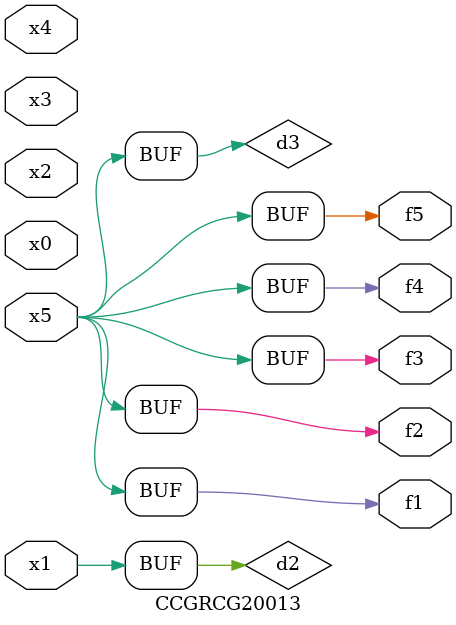
<source format=v>
module CCGRCG20013(
	input x0, x1, x2, x3, x4, x5,
	output f1, f2, f3, f4, f5
);

	wire d1, d2, d3;

	not (d1, x5);
	or (d2, x1);
	xnor (d3, d1);
	assign f1 = d3;
	assign f2 = d3;
	assign f3 = d3;
	assign f4 = d3;
	assign f5 = d3;
endmodule

</source>
